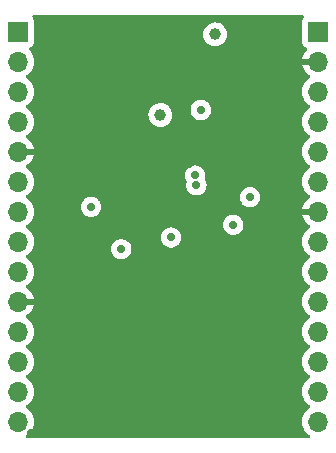
<source format=gbr>
%TF.GenerationSoftware,KiCad,Pcbnew,(6.0.0-0)*%
%TF.CreationDate,2022-01-12T16:50:31+09:00*%
%TF.ProjectId,ADAU1701-RPPico-module,41444155-3137-4303-912d-52505069636f,B*%
%TF.SameCoordinates,Original*%
%TF.FileFunction,Copper,L2,Inr*%
%TF.FilePolarity,Positive*%
%FSLAX46Y46*%
G04 Gerber Fmt 4.6, Leading zero omitted, Abs format (unit mm)*
G04 Created by KiCad (PCBNEW (6.0.0-0)) date 2022-01-12 16:50:31*
%MOMM*%
%LPD*%
G01*
G04 APERTURE LIST*
%TA.AperFunction,ComponentPad*%
%ADD10R,1.700000X1.700000*%
%TD*%
%TA.AperFunction,ComponentPad*%
%ADD11O,1.700000X1.700000*%
%TD*%
%TA.AperFunction,ViaPad*%
%ADD12C,0.700000*%
%TD*%
%TA.AperFunction,ViaPad*%
%ADD13C,1.000000*%
%TD*%
G04 APERTURE END LIST*
D10*
%TO.N,+3V3*%
%TO.C,J2*%
X149860000Y-58420000D03*
D11*
%TO.N,GND*%
X149860000Y-60960000D03*
%TO.N,/1701_VOUT0*%
X149860000Y-63500000D03*
%TO.N,/1701_VOUT1*%
X149860000Y-66040000D03*
%TO.N,/1701_VOUT2*%
X149860000Y-68580000D03*
%TO.N,/1701_VOUT3*%
X149860000Y-71120000D03*
%TO.N,GND*%
X149860000Y-73660000D03*
%TO.N,MCLK_In*%
X149860000Y-76200000D03*
%TO.N,1701_AuxADC1*%
X149860000Y-78740000D03*
%TO.N,1701_AuxADC2*%
X149860000Y-81280000D03*
%TO.N,1701_AuxADC3*%
X149860000Y-83820000D03*
%TO.N,1701_AuxADC0*%
X149860000Y-86360000D03*
%TO.N,/SCL*%
X149860000Y-88900000D03*
%TO.N,/SDA*%
X149860000Y-91440000D03*
%TD*%
D10*
%TO.N,/1701_ADC0*%
%TO.C,J1*%
X124460000Y-58420000D03*
D11*
%TO.N,/1701_ADC_RES*%
X124460000Y-60960000D03*
%TO.N,/1701_ADC1*%
X124460000Y-63500000D03*
%TO.N,/~{RESET}*%
X124460000Y-66040000D03*
%TO.N,GND*%
X124460000Y-68580000D03*
%TO.N,1701_In_LRCLK*%
X124460000Y-71120000D03*
%TO.N,1701_In_BCLK*%
X124460000Y-73660000D03*
%TO.N,1701_MP1*%
X124460000Y-76200000D03*
%TO.N,1701_In_SDIN0*%
X124460000Y-78740000D03*
%TO.N,GND*%
X124460000Y-81280000D03*
%TO.N,1701_MP7*%
X124460000Y-83820000D03*
%TO.N,1701_Out_SDOUT0*%
X124460000Y-86360000D03*
%TO.N,1701_Out_LRCLK*%
X124460000Y-88900000D03*
%TO.N,1701_Out_BCLK*%
X124460000Y-91440000D03*
%TD*%
D12*
%TO.N,GND*%
X144269400Y-69229800D03*
%TO.N,+3V3*%
X142680000Y-74770000D03*
X133200000Y-76850000D03*
D13*
X141150000Y-58650000D03*
D12*
X144090000Y-72440000D03*
X139923500Y-65060000D03*
%TO.N,GND*%
X125575000Y-92420000D03*
X145768000Y-75148000D03*
X143990000Y-62575000D03*
X133830000Y-92420000D03*
X133750000Y-71750000D03*
X138910000Y-62575000D03*
X148500000Y-62470000D03*
X142540000Y-76620000D03*
X140200000Y-72800000D03*
X147800000Y-57495000D03*
X135850000Y-69800000D03*
X126600000Y-87900000D03*
X141500000Y-81770000D03*
X148700000Y-77500000D03*
X137400000Y-68200000D03*
X147570000Y-69950000D03*
X134465000Y-64480000D03*
X140300000Y-85970000D03*
X134400000Y-79470000D03*
X148400000Y-92500000D03*
X131700000Y-78400000D03*
X127200000Y-77470000D03*
X135050000Y-73050000D03*
X130800000Y-82570000D03*
X128600000Y-67470000D03*
X141200000Y-60070000D03*
X129200000Y-75170000D03*
X137400000Y-71800000D03*
X131900000Y-85370000D03*
X137640000Y-77434000D03*
X139150000Y-77900000D03*
X126210000Y-57495000D03*
X141450000Y-92420000D03*
X138900000Y-69670000D03*
X136200000Y-74100000D03*
X131900000Y-59670000D03*
X132950000Y-67750000D03*
X134465000Y-57495000D03*
X144900000Y-66600000D03*
X145690000Y-77360000D03*
%TO.N,+1V8*%
X137400000Y-75850000D03*
D13*
X136510000Y-65480000D03*
D12*
X130650000Y-73250000D03*
%TO.N,Net-(C14-Pad2)*%
X139450000Y-70600000D03*
%TO.N,Net-(C16-Pad2)*%
X139555522Y-71419739D03*
%TD*%
%TA.AperFunction,Conductor*%
%TO.N,GND*%
G36*
X148600674Y-57043002D02*
G01*
X148647167Y-57096658D01*
X148657271Y-57166932D01*
X148633379Y-57224565D01*
X148559385Y-57323295D01*
X148508255Y-57459684D01*
X148501500Y-57521866D01*
X148501500Y-59318134D01*
X148508255Y-59380316D01*
X148559385Y-59516705D01*
X148646739Y-59633261D01*
X148763295Y-59720615D01*
X148771704Y-59723767D01*
X148771705Y-59723768D01*
X148880960Y-59764726D01*
X148937725Y-59807367D01*
X148962425Y-59873929D01*
X148947218Y-59943278D01*
X148927825Y-59969759D01*
X148804590Y-60098717D01*
X148798104Y-60106727D01*
X148678098Y-60282649D01*
X148673000Y-60291623D01*
X148583338Y-60484783D01*
X148579775Y-60494470D01*
X148524389Y-60694183D01*
X148525912Y-60702607D01*
X148538292Y-60706000D01*
X149988000Y-60706000D01*
X150056121Y-60726002D01*
X150102614Y-60779658D01*
X150114000Y-60832000D01*
X150114000Y-61088000D01*
X150093998Y-61156121D01*
X150040342Y-61202614D01*
X149988000Y-61214000D01*
X148543225Y-61214000D01*
X148529694Y-61217973D01*
X148528257Y-61227966D01*
X148558565Y-61362446D01*
X148561645Y-61372275D01*
X148641770Y-61569603D01*
X148646413Y-61578794D01*
X148757694Y-61760388D01*
X148763777Y-61768699D01*
X148903213Y-61929667D01*
X148910580Y-61936883D01*
X149074434Y-62072916D01*
X149082881Y-62078831D01*
X149151969Y-62119203D01*
X149200693Y-62170842D01*
X149213764Y-62240625D01*
X149187033Y-62306396D01*
X149146584Y-62339752D01*
X149133607Y-62346507D01*
X149129474Y-62349610D01*
X149129471Y-62349612D01*
X149105247Y-62367800D01*
X148954965Y-62480635D01*
X148800629Y-62642138D01*
X148674743Y-62826680D01*
X148580688Y-63029305D01*
X148520989Y-63244570D01*
X148497251Y-63466695D01*
X148497548Y-63471848D01*
X148497548Y-63471851D01*
X148503011Y-63566590D01*
X148510110Y-63689715D01*
X148511247Y-63694761D01*
X148511248Y-63694767D01*
X148531119Y-63782939D01*
X148559222Y-63907639D01*
X148643266Y-64114616D01*
X148681828Y-64177543D01*
X148757291Y-64300688D01*
X148759987Y-64305088D01*
X148906250Y-64473938D01*
X149078126Y-64616632D01*
X149117893Y-64639870D01*
X149151445Y-64659476D01*
X149200169Y-64711114D01*
X149213240Y-64780897D01*
X149186509Y-64846669D01*
X149146055Y-64880027D01*
X149133607Y-64886507D01*
X149129474Y-64889610D01*
X149129471Y-64889612D01*
X148959100Y-65017530D01*
X148954965Y-65020635D01*
X148800629Y-65182138D01*
X148674743Y-65366680D01*
X148659003Y-65400590D01*
X148584230Y-65561675D01*
X148580688Y-65569305D01*
X148520989Y-65784570D01*
X148497251Y-66006695D01*
X148497548Y-66011848D01*
X148497548Y-66011851D01*
X148503011Y-66106590D01*
X148510110Y-66229715D01*
X148511247Y-66234761D01*
X148511248Y-66234767D01*
X148529362Y-66315141D01*
X148559222Y-66447639D01*
X148643266Y-66654616D01*
X148681828Y-66717543D01*
X148757291Y-66840688D01*
X148759987Y-66845088D01*
X148906250Y-67013938D01*
X149078126Y-67156632D01*
X149148595Y-67197811D01*
X149151445Y-67199476D01*
X149200169Y-67251114D01*
X149213240Y-67320897D01*
X149186509Y-67386669D01*
X149146055Y-67420027D01*
X149133607Y-67426507D01*
X149129474Y-67429610D01*
X149129471Y-67429612D01*
X149105247Y-67447800D01*
X148954965Y-67560635D01*
X148800629Y-67722138D01*
X148674743Y-67906680D01*
X148580688Y-68109305D01*
X148520989Y-68324570D01*
X148497251Y-68546695D01*
X148510110Y-68769715D01*
X148511247Y-68774761D01*
X148511248Y-68774767D01*
X148524597Y-68834000D01*
X148559222Y-68987639D01*
X148643266Y-69194616D01*
X148759987Y-69385088D01*
X148906250Y-69553938D01*
X149078126Y-69696632D01*
X149148595Y-69737811D01*
X149151445Y-69739476D01*
X149200169Y-69791114D01*
X149213240Y-69860897D01*
X149186509Y-69926669D01*
X149146055Y-69960027D01*
X149133607Y-69966507D01*
X149129474Y-69969610D01*
X149129471Y-69969612D01*
X149105247Y-69987800D01*
X148954965Y-70100635D01*
X148800629Y-70262138D01*
X148674743Y-70446680D01*
X148659003Y-70480590D01*
X148603575Y-70600000D01*
X148580688Y-70649305D01*
X148520989Y-70864570D01*
X148497251Y-71086695D01*
X148497548Y-71091848D01*
X148497548Y-71091851D01*
X148506484Y-71246828D01*
X148510110Y-71309715D01*
X148511247Y-71314761D01*
X148511248Y-71314767D01*
X148531119Y-71402939D01*
X148559222Y-71527639D01*
X148643266Y-71734616D01*
X148680032Y-71794613D01*
X148757291Y-71920688D01*
X148759987Y-71925088D01*
X148906250Y-72093938D01*
X149078126Y-72236632D01*
X149087468Y-72242091D01*
X149151955Y-72279774D01*
X149200679Y-72331412D01*
X149213750Y-72401195D01*
X149187019Y-72466967D01*
X149146562Y-72500327D01*
X149138457Y-72504546D01*
X149129738Y-72510036D01*
X148959433Y-72637905D01*
X148951726Y-72644748D01*
X148804590Y-72798717D01*
X148798104Y-72806727D01*
X148678098Y-72982649D01*
X148673000Y-72991623D01*
X148583338Y-73184783D01*
X148579775Y-73194470D01*
X148524389Y-73394183D01*
X148525912Y-73402607D01*
X148538292Y-73406000D01*
X149988000Y-73406000D01*
X150056121Y-73426002D01*
X150102614Y-73479658D01*
X150114000Y-73532000D01*
X150114000Y-73788000D01*
X150093998Y-73856121D01*
X150040342Y-73902614D01*
X149988000Y-73914000D01*
X148543225Y-73914000D01*
X148529694Y-73917973D01*
X148528257Y-73927966D01*
X148558565Y-74062446D01*
X148561645Y-74072275D01*
X148641770Y-74269603D01*
X148646413Y-74278794D01*
X148757694Y-74460388D01*
X148763777Y-74468699D01*
X148903213Y-74629667D01*
X148910580Y-74636883D01*
X149074434Y-74772916D01*
X149082881Y-74778831D01*
X149151969Y-74819203D01*
X149200693Y-74870842D01*
X149213764Y-74940625D01*
X149187033Y-75006396D01*
X149146584Y-75039752D01*
X149133607Y-75046507D01*
X149129474Y-75049610D01*
X149129471Y-75049612D01*
X148959100Y-75177530D01*
X148954965Y-75180635D01*
X148800629Y-75342138D01*
X148797715Y-75346410D01*
X148797714Y-75346411D01*
X148785404Y-75364457D01*
X148674743Y-75526680D01*
X148580688Y-75729305D01*
X148520989Y-75944570D01*
X148497251Y-76166695D01*
X148497548Y-76171848D01*
X148497548Y-76171851D01*
X148507917Y-76351675D01*
X148510110Y-76389715D01*
X148511247Y-76394761D01*
X148511248Y-76394767D01*
X148531119Y-76482939D01*
X148559222Y-76607639D01*
X148643266Y-76814616D01*
X148681828Y-76877543D01*
X148757291Y-77000688D01*
X148759987Y-77005088D01*
X148906250Y-77173938D01*
X149078126Y-77316632D01*
X149138095Y-77351675D01*
X149151445Y-77359476D01*
X149200169Y-77411114D01*
X149213240Y-77480897D01*
X149186509Y-77546669D01*
X149146055Y-77580027D01*
X149133607Y-77586507D01*
X149129474Y-77589610D01*
X149129471Y-77589612D01*
X148971127Y-77708500D01*
X148954965Y-77720635D01*
X148800629Y-77882138D01*
X148674743Y-78066680D01*
X148580688Y-78269305D01*
X148520989Y-78484570D01*
X148497251Y-78706695D01*
X148497548Y-78711848D01*
X148497548Y-78711851D01*
X148503011Y-78806590D01*
X148510110Y-78929715D01*
X148511247Y-78934761D01*
X148511248Y-78934767D01*
X148531119Y-79022939D01*
X148559222Y-79147639D01*
X148643266Y-79354616D01*
X148681828Y-79417543D01*
X148757291Y-79540688D01*
X148759987Y-79545088D01*
X148906250Y-79713938D01*
X149078126Y-79856632D01*
X149148595Y-79897811D01*
X149151445Y-79899476D01*
X149200169Y-79951114D01*
X149213240Y-80020897D01*
X149186509Y-80086669D01*
X149146055Y-80120027D01*
X149133607Y-80126507D01*
X149129474Y-80129610D01*
X149129471Y-80129612D01*
X149105247Y-80147800D01*
X148954965Y-80260635D01*
X148800629Y-80422138D01*
X148674743Y-80606680D01*
X148580688Y-80809305D01*
X148520989Y-81024570D01*
X148497251Y-81246695D01*
X148510110Y-81469715D01*
X148511247Y-81474761D01*
X148511248Y-81474767D01*
X148524597Y-81534000D01*
X148559222Y-81687639D01*
X148643266Y-81894616D01*
X148759987Y-82085088D01*
X148906250Y-82253938D01*
X149078126Y-82396632D01*
X149148595Y-82437811D01*
X149151445Y-82439476D01*
X149200169Y-82491114D01*
X149213240Y-82560897D01*
X149186509Y-82626669D01*
X149146055Y-82660027D01*
X149133607Y-82666507D01*
X149129474Y-82669610D01*
X149129471Y-82669612D01*
X149105247Y-82687800D01*
X148954965Y-82800635D01*
X148800629Y-82962138D01*
X148674743Y-83146680D01*
X148580688Y-83349305D01*
X148520989Y-83564570D01*
X148497251Y-83786695D01*
X148497548Y-83791848D01*
X148497548Y-83791851D01*
X148503011Y-83886590D01*
X148510110Y-84009715D01*
X148511247Y-84014761D01*
X148511248Y-84014767D01*
X148531119Y-84102939D01*
X148559222Y-84227639D01*
X148643266Y-84434616D01*
X148681828Y-84497543D01*
X148757291Y-84620688D01*
X148759987Y-84625088D01*
X148906250Y-84793938D01*
X149078126Y-84936632D01*
X149148595Y-84977811D01*
X149151445Y-84979476D01*
X149200169Y-85031114D01*
X149213240Y-85100897D01*
X149186509Y-85166669D01*
X149146055Y-85200027D01*
X149133607Y-85206507D01*
X149129474Y-85209610D01*
X149129471Y-85209612D01*
X149105247Y-85227800D01*
X148954965Y-85340635D01*
X148800629Y-85502138D01*
X148674743Y-85686680D01*
X148580688Y-85889305D01*
X148520989Y-86104570D01*
X148497251Y-86326695D01*
X148497548Y-86331848D01*
X148497548Y-86331851D01*
X148503011Y-86426590D01*
X148510110Y-86549715D01*
X148511247Y-86554761D01*
X148511248Y-86554767D01*
X148531119Y-86642939D01*
X148559222Y-86767639D01*
X148643266Y-86974616D01*
X148681828Y-87037543D01*
X148757291Y-87160688D01*
X148759987Y-87165088D01*
X148906250Y-87333938D01*
X149078126Y-87476632D01*
X149148595Y-87517811D01*
X149151445Y-87519476D01*
X149200169Y-87571114D01*
X149213240Y-87640897D01*
X149186509Y-87706669D01*
X149146055Y-87740027D01*
X149133607Y-87746507D01*
X149129474Y-87749610D01*
X149129471Y-87749612D01*
X149105247Y-87767800D01*
X148954965Y-87880635D01*
X148800629Y-88042138D01*
X148674743Y-88226680D01*
X148580688Y-88429305D01*
X148520989Y-88644570D01*
X148497251Y-88866695D01*
X148497548Y-88871848D01*
X148497548Y-88871851D01*
X148503011Y-88966590D01*
X148510110Y-89089715D01*
X148511247Y-89094761D01*
X148511248Y-89094767D01*
X148531119Y-89182939D01*
X148559222Y-89307639D01*
X148643266Y-89514616D01*
X148681828Y-89577543D01*
X148757291Y-89700688D01*
X148759987Y-89705088D01*
X148906250Y-89873938D01*
X149078126Y-90016632D01*
X149148595Y-90057811D01*
X149151445Y-90059476D01*
X149200169Y-90111114D01*
X149213240Y-90180897D01*
X149186509Y-90246669D01*
X149146055Y-90280027D01*
X149133607Y-90286507D01*
X149129474Y-90289610D01*
X149129471Y-90289612D01*
X149105247Y-90307800D01*
X148954965Y-90420635D01*
X148800629Y-90582138D01*
X148674743Y-90766680D01*
X148580688Y-90969305D01*
X148520989Y-91184570D01*
X148497251Y-91406695D01*
X148497548Y-91411848D01*
X148497548Y-91411851D01*
X148503011Y-91506590D01*
X148510110Y-91629715D01*
X148511247Y-91634761D01*
X148511248Y-91634767D01*
X148531119Y-91722939D01*
X148559222Y-91847639D01*
X148643266Y-92054616D01*
X148681828Y-92117543D01*
X148757291Y-92240688D01*
X148759987Y-92245088D01*
X148906250Y-92413938D01*
X149078126Y-92556632D01*
X149139744Y-92592639D01*
X149156127Y-92602212D01*
X149204851Y-92653851D01*
X149217922Y-92723634D01*
X149191191Y-92789405D01*
X149133144Y-92830284D01*
X149092557Y-92837000D01*
X125234632Y-92837000D01*
X125166511Y-92816998D01*
X125120018Y-92763342D01*
X125109914Y-92693068D01*
X125139408Y-92628488D01*
X125161464Y-92608421D01*
X125186618Y-92590479D01*
X125339860Y-92481173D01*
X125498096Y-92323489D01*
X125557594Y-92240689D01*
X125625435Y-92146277D01*
X125628453Y-92142077D01*
X125640579Y-92117543D01*
X125725136Y-91946453D01*
X125725137Y-91946451D01*
X125727430Y-91941811D01*
X125792370Y-91728069D01*
X125821529Y-91506590D01*
X125823156Y-91440000D01*
X125804852Y-91217361D01*
X125750431Y-91000702D01*
X125661354Y-90795840D01*
X125540014Y-90608277D01*
X125389670Y-90443051D01*
X125385619Y-90439852D01*
X125385615Y-90439848D01*
X125218414Y-90307800D01*
X125218410Y-90307798D01*
X125214359Y-90304598D01*
X125173053Y-90281796D01*
X125123084Y-90231364D01*
X125108312Y-90161921D01*
X125133428Y-90095516D01*
X125160780Y-90068909D01*
X125204603Y-90037650D01*
X125339860Y-89941173D01*
X125498096Y-89783489D01*
X125557594Y-89700689D01*
X125625435Y-89606277D01*
X125628453Y-89602077D01*
X125640579Y-89577543D01*
X125725136Y-89406453D01*
X125725137Y-89406451D01*
X125727430Y-89401811D01*
X125792370Y-89188069D01*
X125821529Y-88966590D01*
X125823156Y-88900000D01*
X125804852Y-88677361D01*
X125750431Y-88460702D01*
X125661354Y-88255840D01*
X125540014Y-88068277D01*
X125389670Y-87903051D01*
X125385619Y-87899852D01*
X125385615Y-87899848D01*
X125218414Y-87767800D01*
X125218410Y-87767798D01*
X125214359Y-87764598D01*
X125173053Y-87741796D01*
X125123084Y-87691364D01*
X125108312Y-87621921D01*
X125133428Y-87555516D01*
X125160780Y-87528909D01*
X125204603Y-87497650D01*
X125339860Y-87401173D01*
X125498096Y-87243489D01*
X125557594Y-87160689D01*
X125625435Y-87066277D01*
X125628453Y-87062077D01*
X125640579Y-87037543D01*
X125725136Y-86866453D01*
X125725137Y-86866451D01*
X125727430Y-86861811D01*
X125792370Y-86648069D01*
X125821529Y-86426590D01*
X125823156Y-86360000D01*
X125804852Y-86137361D01*
X125750431Y-85920702D01*
X125661354Y-85715840D01*
X125540014Y-85528277D01*
X125389670Y-85363051D01*
X125385619Y-85359852D01*
X125385615Y-85359848D01*
X125218414Y-85227800D01*
X125218410Y-85227798D01*
X125214359Y-85224598D01*
X125173053Y-85201796D01*
X125123084Y-85151364D01*
X125108312Y-85081921D01*
X125133428Y-85015516D01*
X125160780Y-84988909D01*
X125204603Y-84957650D01*
X125339860Y-84861173D01*
X125498096Y-84703489D01*
X125557594Y-84620689D01*
X125625435Y-84526277D01*
X125628453Y-84522077D01*
X125640579Y-84497543D01*
X125725136Y-84326453D01*
X125725137Y-84326451D01*
X125727430Y-84321811D01*
X125792370Y-84108069D01*
X125821529Y-83886590D01*
X125823156Y-83820000D01*
X125804852Y-83597361D01*
X125750431Y-83380702D01*
X125661354Y-83175840D01*
X125540014Y-82988277D01*
X125389670Y-82823051D01*
X125385619Y-82819852D01*
X125385615Y-82819848D01*
X125218414Y-82687800D01*
X125218410Y-82687798D01*
X125214359Y-82684598D01*
X125172569Y-82661529D01*
X125122598Y-82611097D01*
X125107826Y-82541654D01*
X125132942Y-82475248D01*
X125160294Y-82448641D01*
X125335328Y-82323792D01*
X125343200Y-82317139D01*
X125494052Y-82166812D01*
X125500730Y-82158965D01*
X125625003Y-81986020D01*
X125630313Y-81977183D01*
X125724670Y-81786267D01*
X125728469Y-81776672D01*
X125790377Y-81572910D01*
X125792555Y-81562837D01*
X125793986Y-81551962D01*
X125791775Y-81537778D01*
X125778617Y-81534000D01*
X124332000Y-81534000D01*
X124263879Y-81513998D01*
X124217386Y-81460342D01*
X124206000Y-81408000D01*
X124206000Y-81152000D01*
X124226002Y-81083879D01*
X124279658Y-81037386D01*
X124332000Y-81026000D01*
X125778344Y-81026000D01*
X125791875Y-81022027D01*
X125793180Y-81012947D01*
X125751214Y-80845875D01*
X125747894Y-80836124D01*
X125662972Y-80640814D01*
X125658105Y-80631739D01*
X125542426Y-80452926D01*
X125536136Y-80444757D01*
X125392806Y-80287240D01*
X125385273Y-80280215D01*
X125218139Y-80148222D01*
X125209556Y-80142520D01*
X125172602Y-80122120D01*
X125122631Y-80071687D01*
X125107859Y-80002245D01*
X125132975Y-79935839D01*
X125160327Y-79909232D01*
X125183797Y-79892491D01*
X125339860Y-79781173D01*
X125498096Y-79623489D01*
X125557594Y-79540689D01*
X125625435Y-79446277D01*
X125628453Y-79442077D01*
X125640579Y-79417543D01*
X125725136Y-79246453D01*
X125725137Y-79246451D01*
X125727430Y-79241811D01*
X125792370Y-79028069D01*
X125821529Y-78806590D01*
X125823156Y-78740000D01*
X125804852Y-78517361D01*
X125750431Y-78300702D01*
X125661354Y-78095840D01*
X125540014Y-77908277D01*
X125389670Y-77743051D01*
X125385619Y-77739852D01*
X125385615Y-77739848D01*
X125218414Y-77607800D01*
X125218410Y-77607798D01*
X125214359Y-77604598D01*
X125173053Y-77581796D01*
X125123084Y-77531364D01*
X125108312Y-77461921D01*
X125133428Y-77395516D01*
X125160780Y-77368909D01*
X125204603Y-77337650D01*
X125339860Y-77241173D01*
X125498096Y-77083489D01*
X125541626Y-77022911D01*
X125625435Y-76906277D01*
X125628453Y-76902077D01*
X125640579Y-76877543D01*
X125654191Y-76850000D01*
X132336771Y-76850000D01*
X132337461Y-76856565D01*
X132338060Y-76862259D01*
X132355635Y-77029475D01*
X132411401Y-77201107D01*
X132501633Y-77357393D01*
X132506051Y-77362300D01*
X132506052Y-77362301D01*
X132595750Y-77461921D01*
X132622387Y-77491504D01*
X132627729Y-77495385D01*
X132627731Y-77495387D01*
X132763043Y-77593697D01*
X132768385Y-77597578D01*
X132774413Y-77600262D01*
X132774415Y-77600263D01*
X132927217Y-77668295D01*
X132933248Y-77670980D01*
X133021508Y-77689740D01*
X133103311Y-77707128D01*
X133103315Y-77707128D01*
X133109768Y-77708500D01*
X133290232Y-77708500D01*
X133296685Y-77707128D01*
X133296689Y-77707128D01*
X133378492Y-77689740D01*
X133466752Y-77670980D01*
X133472783Y-77668295D01*
X133625585Y-77600263D01*
X133625587Y-77600262D01*
X133631615Y-77597578D01*
X133636957Y-77593697D01*
X133772269Y-77495387D01*
X133772271Y-77495385D01*
X133777613Y-77491504D01*
X133804250Y-77461921D01*
X133893948Y-77362301D01*
X133893949Y-77362300D01*
X133898367Y-77357393D01*
X133988599Y-77201107D01*
X134044365Y-77029475D01*
X134061941Y-76862259D01*
X134062539Y-76856565D01*
X134063229Y-76850000D01*
X134044365Y-76670525D01*
X133988599Y-76498893D01*
X133898367Y-76342607D01*
X133777613Y-76208496D01*
X133765920Y-76200000D01*
X133636957Y-76106303D01*
X133636956Y-76106302D01*
X133631615Y-76102422D01*
X133625587Y-76099738D01*
X133625585Y-76099737D01*
X133472783Y-76031705D01*
X133472781Y-76031705D01*
X133466752Y-76029020D01*
X133378492Y-76010260D01*
X133296689Y-75992872D01*
X133296685Y-75992872D01*
X133290232Y-75991500D01*
X133109768Y-75991500D01*
X133103315Y-75992872D01*
X133103311Y-75992872D01*
X133021508Y-76010260D01*
X132933248Y-76029020D01*
X132927219Y-76031704D01*
X132927217Y-76031705D01*
X132774416Y-76099737D01*
X132774414Y-76099738D01*
X132768386Y-76102422D01*
X132763045Y-76106302D01*
X132763044Y-76106303D01*
X132627731Y-76204613D01*
X132627729Y-76204615D01*
X132622387Y-76208496D01*
X132501633Y-76342607D01*
X132411401Y-76498893D01*
X132355635Y-76670525D01*
X132336771Y-76850000D01*
X125654191Y-76850000D01*
X125725136Y-76706453D01*
X125725137Y-76706451D01*
X125727430Y-76701811D01*
X125787172Y-76505178D01*
X125790865Y-76493023D01*
X125790865Y-76493021D01*
X125792370Y-76488069D01*
X125821529Y-76266590D01*
X125821611Y-76263240D01*
X125823074Y-76203365D01*
X125823074Y-76203361D01*
X125823156Y-76200000D01*
X125804852Y-75977361D01*
X125772861Y-75850000D01*
X136536771Y-75850000D01*
X136555635Y-76029475D01*
X136611401Y-76201107D01*
X136701633Y-76357393D01*
X136706051Y-76362300D01*
X136706052Y-76362301D01*
X136730736Y-76389715D01*
X136822387Y-76491504D01*
X136827729Y-76495385D01*
X136827731Y-76495387D01*
X136963043Y-76593697D01*
X136968385Y-76597578D01*
X136974413Y-76600262D01*
X136974415Y-76600263D01*
X137118123Y-76664246D01*
X137133248Y-76670980D01*
X137221508Y-76689740D01*
X137303311Y-76707128D01*
X137303315Y-76707128D01*
X137309768Y-76708500D01*
X137490232Y-76708500D01*
X137496685Y-76707128D01*
X137496689Y-76707128D01*
X137578492Y-76689740D01*
X137666752Y-76670980D01*
X137681877Y-76664246D01*
X137825585Y-76600263D01*
X137825587Y-76600262D01*
X137831615Y-76597578D01*
X137836957Y-76593697D01*
X137972269Y-76495387D01*
X137972271Y-76495385D01*
X137977613Y-76491504D01*
X138069264Y-76389715D01*
X138093948Y-76362301D01*
X138093949Y-76362300D01*
X138098367Y-76357393D01*
X138188599Y-76201107D01*
X138244365Y-76029475D01*
X138263229Y-75850000D01*
X138244365Y-75670525D01*
X138188599Y-75498893D01*
X138098367Y-75342607D01*
X137977613Y-75208496D01*
X137965711Y-75199848D01*
X137836957Y-75106303D01*
X137836956Y-75106302D01*
X137831615Y-75102422D01*
X137825587Y-75099738D01*
X137825585Y-75099737D01*
X137672783Y-75031705D01*
X137672781Y-75031705D01*
X137666752Y-75029020D01*
X137578492Y-75010260D01*
X137496689Y-74992872D01*
X137496685Y-74992872D01*
X137490232Y-74991500D01*
X137309768Y-74991500D01*
X137303315Y-74992872D01*
X137303311Y-74992872D01*
X137221508Y-75010260D01*
X137133248Y-75029020D01*
X137127219Y-75031704D01*
X137127217Y-75031705D01*
X136974416Y-75099737D01*
X136974414Y-75099738D01*
X136968386Y-75102422D01*
X136963045Y-75106302D01*
X136963044Y-75106303D01*
X136827731Y-75204613D01*
X136827729Y-75204615D01*
X136822387Y-75208496D01*
X136701633Y-75342607D01*
X136611401Y-75498893D01*
X136555635Y-75670525D01*
X136536771Y-75850000D01*
X125772861Y-75850000D01*
X125750431Y-75760702D01*
X125661354Y-75555840D01*
X125540014Y-75368277D01*
X125389670Y-75203051D01*
X125385619Y-75199852D01*
X125385615Y-75199848D01*
X125218414Y-75067800D01*
X125218410Y-75067798D01*
X125214359Y-75064598D01*
X125173053Y-75041796D01*
X125123084Y-74991364D01*
X125108312Y-74921921D01*
X125133428Y-74855516D01*
X125160780Y-74828909D01*
X125204603Y-74797650D01*
X125243367Y-74770000D01*
X141816771Y-74770000D01*
X141835635Y-74949475D01*
X141837675Y-74955753D01*
X141837675Y-74955754D01*
X141854218Y-75006669D01*
X141891401Y-75121107D01*
X141981633Y-75277393D01*
X141986051Y-75282300D01*
X141986052Y-75282301D01*
X142040352Y-75342607D01*
X142102387Y-75411504D01*
X142107729Y-75415385D01*
X142107731Y-75415387D01*
X142231318Y-75505178D01*
X142248385Y-75517578D01*
X142254413Y-75520262D01*
X142254415Y-75520263D01*
X142335232Y-75556245D01*
X142413248Y-75590980D01*
X142501508Y-75609740D01*
X142583311Y-75627128D01*
X142583315Y-75627128D01*
X142589768Y-75628500D01*
X142770232Y-75628500D01*
X142776685Y-75627128D01*
X142776689Y-75627128D01*
X142858492Y-75609740D01*
X142946752Y-75590980D01*
X143024768Y-75556245D01*
X143105585Y-75520263D01*
X143105587Y-75520262D01*
X143111615Y-75517578D01*
X143128682Y-75505178D01*
X143252269Y-75415387D01*
X143252271Y-75415385D01*
X143257613Y-75411504D01*
X143319648Y-75342607D01*
X143373948Y-75282301D01*
X143373949Y-75282300D01*
X143378367Y-75277393D01*
X143468599Y-75121107D01*
X143505782Y-75006669D01*
X143522325Y-74955754D01*
X143522325Y-74955753D01*
X143524365Y-74949475D01*
X143543229Y-74770000D01*
X143524365Y-74590525D01*
X143468599Y-74418893D01*
X143378367Y-74262607D01*
X143257613Y-74128496D01*
X143178450Y-74070980D01*
X143116957Y-74026303D01*
X143116956Y-74026302D01*
X143111615Y-74022422D01*
X143105587Y-74019738D01*
X143105585Y-74019737D01*
X142952783Y-73951705D01*
X142952781Y-73951705D01*
X142946752Y-73949020D01*
X142858492Y-73930260D01*
X142776689Y-73912872D01*
X142776685Y-73912872D01*
X142770232Y-73911500D01*
X142589768Y-73911500D01*
X142583315Y-73912872D01*
X142583311Y-73912872D01*
X142501508Y-73930260D01*
X142413248Y-73949020D01*
X142407219Y-73951704D01*
X142407217Y-73951705D01*
X142254416Y-74019737D01*
X142254414Y-74019738D01*
X142248386Y-74022422D01*
X142243045Y-74026302D01*
X142243044Y-74026303D01*
X142107731Y-74124613D01*
X142107729Y-74124615D01*
X142102387Y-74128496D01*
X141981633Y-74262607D01*
X141891401Y-74418893D01*
X141835635Y-74590525D01*
X141816771Y-74770000D01*
X125243367Y-74770000D01*
X125339860Y-74701173D01*
X125498096Y-74543489D01*
X125628453Y-74362077D01*
X125654661Y-74309050D01*
X125725136Y-74166453D01*
X125725137Y-74166451D01*
X125727430Y-74161811D01*
X125792370Y-73948069D01*
X125821529Y-73726590D01*
X125823156Y-73660000D01*
X125804852Y-73437361D01*
X125757790Y-73250000D01*
X129786771Y-73250000D01*
X129805635Y-73429475D01*
X129861401Y-73601107D01*
X129951633Y-73757393D01*
X129956051Y-73762300D01*
X129956052Y-73762301D01*
X130034760Y-73849715D01*
X130072387Y-73891504D01*
X130077729Y-73895385D01*
X130077731Y-73895387D01*
X130155246Y-73951705D01*
X130218385Y-73997578D01*
X130224413Y-74000262D01*
X130224415Y-74000263D01*
X130274185Y-74022422D01*
X130383248Y-74070980D01*
X130471508Y-74089740D01*
X130553311Y-74107128D01*
X130553315Y-74107128D01*
X130559768Y-74108500D01*
X130740232Y-74108500D01*
X130746685Y-74107128D01*
X130746689Y-74107128D01*
X130828492Y-74089740D01*
X130916752Y-74070980D01*
X131025815Y-74022422D01*
X131075585Y-74000263D01*
X131075587Y-74000262D01*
X131081615Y-73997578D01*
X131144754Y-73951705D01*
X131222269Y-73895387D01*
X131222271Y-73895385D01*
X131227613Y-73891504D01*
X131265240Y-73849715D01*
X131343948Y-73762301D01*
X131343949Y-73762300D01*
X131348367Y-73757393D01*
X131438599Y-73601107D01*
X131494365Y-73429475D01*
X131513229Y-73250000D01*
X131494365Y-73070525D01*
X131477028Y-73017165D01*
X131440641Y-72905178D01*
X131438599Y-72898893D01*
X131434878Y-72892447D01*
X131379673Y-72796830D01*
X131348367Y-72742607D01*
X131260255Y-72644748D01*
X131232035Y-72613407D01*
X131232034Y-72613406D01*
X131227613Y-72608496D01*
X131109278Y-72522520D01*
X131086957Y-72506303D01*
X131086956Y-72506302D01*
X131081615Y-72502422D01*
X131075587Y-72499738D01*
X131075585Y-72499737D01*
X130941414Y-72440000D01*
X143226771Y-72440000D01*
X143227461Y-72446565D01*
X143231160Y-72481753D01*
X143245635Y-72619475D01*
X143247675Y-72625753D01*
X143247675Y-72625754D01*
X143261034Y-72666870D01*
X143301401Y-72791107D01*
X143304704Y-72796829D01*
X143304705Y-72796830D01*
X143307770Y-72802138D01*
X143391633Y-72947393D01*
X143396051Y-72952300D01*
X143396052Y-72952301D01*
X143453263Y-73015840D01*
X143512387Y-73081504D01*
X143658385Y-73187578D01*
X143664413Y-73190262D01*
X143664415Y-73190263D01*
X143817217Y-73258295D01*
X143823248Y-73260980D01*
X143911508Y-73279740D01*
X143993311Y-73297128D01*
X143993315Y-73297128D01*
X143999768Y-73298500D01*
X144180232Y-73298500D01*
X144186685Y-73297128D01*
X144186689Y-73297128D01*
X144268492Y-73279740D01*
X144356752Y-73260980D01*
X144362783Y-73258295D01*
X144515585Y-73190263D01*
X144515587Y-73190262D01*
X144521615Y-73187578D01*
X144667613Y-73081504D01*
X144726737Y-73015840D01*
X144783948Y-72952301D01*
X144783949Y-72952300D01*
X144788367Y-72947393D01*
X144872230Y-72802138D01*
X144875295Y-72796830D01*
X144875296Y-72796829D01*
X144878599Y-72791107D01*
X144918966Y-72666870D01*
X144932325Y-72625754D01*
X144932325Y-72625753D01*
X144934365Y-72619475D01*
X144948841Y-72481753D01*
X144952539Y-72446565D01*
X144953229Y-72440000D01*
X144934365Y-72260525D01*
X144928376Y-72242091D01*
X144880641Y-72095178D01*
X144878599Y-72088893D01*
X144788367Y-71932607D01*
X144688846Y-71822077D01*
X144672035Y-71803407D01*
X144672034Y-71803406D01*
X144667613Y-71798496D01*
X144637434Y-71776569D01*
X144526957Y-71696303D01*
X144526956Y-71696302D01*
X144521615Y-71692422D01*
X144515587Y-71689738D01*
X144515585Y-71689737D01*
X144362783Y-71621705D01*
X144362781Y-71621705D01*
X144356752Y-71619020D01*
X144263571Y-71599214D01*
X144186689Y-71582872D01*
X144186685Y-71582872D01*
X144180232Y-71581500D01*
X143999768Y-71581500D01*
X143993315Y-71582872D01*
X143993311Y-71582872D01*
X143916429Y-71599214D01*
X143823248Y-71619020D01*
X143817219Y-71621704D01*
X143817217Y-71621705D01*
X143664416Y-71689737D01*
X143664414Y-71689738D01*
X143658386Y-71692422D01*
X143653045Y-71696302D01*
X143653044Y-71696303D01*
X143517731Y-71794613D01*
X143517729Y-71794615D01*
X143512387Y-71798496D01*
X143507966Y-71803406D01*
X143507965Y-71803407D01*
X143491155Y-71822077D01*
X143391633Y-71932607D01*
X143301401Y-72088893D01*
X143299359Y-72095178D01*
X143251625Y-72242091D01*
X143245635Y-72260525D01*
X143226771Y-72440000D01*
X130941414Y-72440000D01*
X130922783Y-72431705D01*
X130922781Y-72431705D01*
X130916752Y-72429020D01*
X130796016Y-72403357D01*
X130746689Y-72392872D01*
X130746685Y-72392872D01*
X130740232Y-72391500D01*
X130559768Y-72391500D01*
X130553315Y-72392872D01*
X130553311Y-72392872D01*
X130503984Y-72403357D01*
X130383248Y-72429020D01*
X130377219Y-72431704D01*
X130377217Y-72431705D01*
X130224416Y-72499737D01*
X130224414Y-72499738D01*
X130218386Y-72502422D01*
X130213045Y-72506302D01*
X130213044Y-72506303D01*
X130077731Y-72604613D01*
X130077729Y-72604615D01*
X130072387Y-72608496D01*
X130067966Y-72613406D01*
X130067965Y-72613407D01*
X130039746Y-72644748D01*
X129951633Y-72742607D01*
X129920327Y-72796830D01*
X129865123Y-72892447D01*
X129861401Y-72898893D01*
X129859359Y-72905178D01*
X129822973Y-73017165D01*
X129805635Y-73070525D01*
X129786771Y-73250000D01*
X125757790Y-73250000D01*
X125750431Y-73220702D01*
X125661354Y-73015840D01*
X125617074Y-72947393D01*
X125542822Y-72832617D01*
X125542820Y-72832614D01*
X125540014Y-72828277D01*
X125389670Y-72663051D01*
X125385619Y-72659852D01*
X125385615Y-72659848D01*
X125218414Y-72527800D01*
X125218410Y-72527798D01*
X125214359Y-72524598D01*
X125173053Y-72501796D01*
X125123084Y-72451364D01*
X125108312Y-72381921D01*
X125133428Y-72315516D01*
X125160780Y-72288909D01*
X125228340Y-72240719D01*
X125339860Y-72161173D01*
X125498096Y-72003489D01*
X125557594Y-71920689D01*
X125625435Y-71826277D01*
X125628453Y-71822077D01*
X125637681Y-71803407D01*
X125725136Y-71626453D01*
X125725137Y-71626451D01*
X125727430Y-71621811D01*
X125786830Y-71426304D01*
X125790865Y-71413023D01*
X125790865Y-71413021D01*
X125792370Y-71408069D01*
X125821529Y-71186590D01*
X125821611Y-71183240D01*
X125823074Y-71123365D01*
X125823074Y-71123361D01*
X125823156Y-71120000D01*
X125804852Y-70897361D01*
X125750431Y-70680702D01*
X125715341Y-70600000D01*
X138586771Y-70600000D01*
X138605635Y-70779475D01*
X138661401Y-70951107D01*
X138664704Y-70956829D01*
X138664705Y-70956830D01*
X138725309Y-71061798D01*
X138742047Y-71130793D01*
X138736023Y-71163732D01*
X138711157Y-71240264D01*
X138692293Y-71419739D01*
X138711157Y-71599214D01*
X138713197Y-71605492D01*
X138713197Y-71605493D01*
X138717592Y-71619020D01*
X138766923Y-71770846D01*
X138770226Y-71776568D01*
X138770227Y-71776569D01*
X138782887Y-71798496D01*
X138857155Y-71927132D01*
X138977909Y-72061243D01*
X138983251Y-72065124D01*
X138983253Y-72065126D01*
X139118565Y-72163436D01*
X139123907Y-72167317D01*
X139129935Y-72170001D01*
X139129937Y-72170002D01*
X139272167Y-72233327D01*
X139288770Y-72240719D01*
X139377030Y-72259479D01*
X139458833Y-72276867D01*
X139458837Y-72276867D01*
X139465290Y-72278239D01*
X139645754Y-72278239D01*
X139652207Y-72276867D01*
X139652211Y-72276867D01*
X139734014Y-72259479D01*
X139822274Y-72240719D01*
X139838877Y-72233327D01*
X139981107Y-72170002D01*
X139981109Y-72170001D01*
X139987137Y-72167317D01*
X139992479Y-72163436D01*
X140127791Y-72065126D01*
X140127793Y-72065124D01*
X140133135Y-72061243D01*
X140253889Y-71927132D01*
X140328157Y-71798496D01*
X140340817Y-71776569D01*
X140340818Y-71776568D01*
X140344121Y-71770846D01*
X140393452Y-71619020D01*
X140397847Y-71605493D01*
X140397847Y-71605492D01*
X140399887Y-71599214D01*
X140418751Y-71419739D01*
X140399887Y-71240264D01*
X140382448Y-71186590D01*
X140360811Y-71120000D01*
X140344121Y-71068632D01*
X140340176Y-71061798D01*
X140280213Y-70957941D01*
X140263475Y-70888946D01*
X140269499Y-70856005D01*
X140292325Y-70785754D01*
X140292325Y-70785753D01*
X140294365Y-70779475D01*
X140313229Y-70600000D01*
X140294365Y-70420525D01*
X140281507Y-70380950D01*
X140244291Y-70266411D01*
X140238599Y-70248893D01*
X140148367Y-70092607D01*
X140053999Y-69987800D01*
X140032035Y-69963407D01*
X140032034Y-69963406D01*
X140027613Y-69958496D01*
X139983432Y-69926396D01*
X139886957Y-69856303D01*
X139886956Y-69856302D01*
X139881615Y-69852422D01*
X139875587Y-69849738D01*
X139875585Y-69849737D01*
X139722783Y-69781705D01*
X139722781Y-69781705D01*
X139716752Y-69779020D01*
X139628045Y-69760165D01*
X139546689Y-69742872D01*
X139546685Y-69742872D01*
X139540232Y-69741500D01*
X139359768Y-69741500D01*
X139353315Y-69742872D01*
X139353311Y-69742872D01*
X139271955Y-69760165D01*
X139183248Y-69779020D01*
X139177219Y-69781704D01*
X139177217Y-69781705D01*
X139024416Y-69849737D01*
X139024414Y-69849738D01*
X139018386Y-69852422D01*
X139013045Y-69856302D01*
X139013044Y-69856303D01*
X138877731Y-69954613D01*
X138877729Y-69954615D01*
X138872387Y-69958496D01*
X138867966Y-69963406D01*
X138867965Y-69963407D01*
X138846002Y-69987800D01*
X138751633Y-70092607D01*
X138661401Y-70248893D01*
X138655709Y-70266411D01*
X138618494Y-70380950D01*
X138605635Y-70420525D01*
X138586771Y-70600000D01*
X125715341Y-70600000D01*
X125661354Y-70475840D01*
X125540014Y-70288277D01*
X125389670Y-70123051D01*
X125385619Y-70119852D01*
X125385615Y-70119848D01*
X125218414Y-69987800D01*
X125218410Y-69987798D01*
X125214359Y-69984598D01*
X125172569Y-69961529D01*
X125122598Y-69911097D01*
X125107826Y-69841654D01*
X125132942Y-69775248D01*
X125160294Y-69748641D01*
X125335328Y-69623792D01*
X125343200Y-69617139D01*
X125494052Y-69466812D01*
X125500730Y-69458965D01*
X125625003Y-69286020D01*
X125630313Y-69277183D01*
X125724670Y-69086267D01*
X125728469Y-69076672D01*
X125790377Y-68872910D01*
X125792555Y-68862837D01*
X125793986Y-68851962D01*
X125791775Y-68837778D01*
X125778617Y-68834000D01*
X124332000Y-68834000D01*
X124263879Y-68813998D01*
X124217386Y-68760342D01*
X124206000Y-68708000D01*
X124206000Y-68452000D01*
X124226002Y-68383879D01*
X124279658Y-68337386D01*
X124332000Y-68326000D01*
X125778344Y-68326000D01*
X125791875Y-68322027D01*
X125793180Y-68312947D01*
X125751214Y-68145875D01*
X125747894Y-68136124D01*
X125662972Y-67940814D01*
X125658105Y-67931739D01*
X125542426Y-67752926D01*
X125536136Y-67744757D01*
X125392806Y-67587240D01*
X125385273Y-67580215D01*
X125218139Y-67448222D01*
X125209556Y-67442520D01*
X125172602Y-67422120D01*
X125122631Y-67371687D01*
X125107859Y-67302245D01*
X125132975Y-67235839D01*
X125160327Y-67209232D01*
X125183797Y-67192491D01*
X125339860Y-67081173D01*
X125498096Y-66923489D01*
X125557594Y-66840689D01*
X125625435Y-66746277D01*
X125628453Y-66742077D01*
X125640579Y-66717543D01*
X125725136Y-66546453D01*
X125725137Y-66546451D01*
X125727430Y-66541811D01*
X125792370Y-66328069D01*
X125821529Y-66106590D01*
X125823156Y-66040000D01*
X125804852Y-65817361D01*
X125750431Y-65600702D01*
X125691796Y-65465851D01*
X135496719Y-65465851D01*
X135497235Y-65471995D01*
X135505658Y-65572301D01*
X135513268Y-65662934D01*
X135514967Y-65668858D01*
X135549620Y-65789707D01*
X135567783Y-65853050D01*
X135658187Y-66028956D01*
X135781035Y-66183953D01*
X135931650Y-66312136D01*
X136104294Y-66408624D01*
X136292392Y-66469740D01*
X136488777Y-66493158D01*
X136494912Y-66492686D01*
X136494914Y-66492686D01*
X136679830Y-66478457D01*
X136679834Y-66478456D01*
X136685972Y-66477984D01*
X136876463Y-66424798D01*
X136881967Y-66422018D01*
X136881969Y-66422017D01*
X137047495Y-66338404D01*
X137047497Y-66338403D01*
X137052996Y-66335625D01*
X137208847Y-66213861D01*
X137338078Y-66064145D01*
X137435769Y-65892179D01*
X137498197Y-65704513D01*
X137522985Y-65508295D01*
X137523380Y-65480000D01*
X137504080Y-65283167D01*
X137446916Y-65093831D01*
X137428928Y-65060000D01*
X139060271Y-65060000D01*
X139060961Y-65066565D01*
X139073109Y-65182138D01*
X139079135Y-65239475D01*
X139081175Y-65245753D01*
X139081175Y-65245754D01*
X139089549Y-65271527D01*
X139134901Y-65411107D01*
X139225133Y-65567393D01*
X139229551Y-65572300D01*
X139229552Y-65572301D01*
X139259643Y-65605720D01*
X139345887Y-65701504D01*
X139351229Y-65705385D01*
X139351231Y-65705387D01*
X139486543Y-65803697D01*
X139491885Y-65807578D01*
X139497913Y-65810262D01*
X139497915Y-65810263D01*
X139650717Y-65878295D01*
X139656748Y-65880980D01*
X139734667Y-65897542D01*
X139826811Y-65917128D01*
X139826815Y-65917128D01*
X139833268Y-65918500D01*
X140013732Y-65918500D01*
X140020185Y-65917128D01*
X140020189Y-65917128D01*
X140112333Y-65897542D01*
X140190252Y-65880980D01*
X140196283Y-65878295D01*
X140349085Y-65810263D01*
X140349087Y-65810262D01*
X140355115Y-65807578D01*
X140360457Y-65803697D01*
X140495769Y-65705387D01*
X140495771Y-65705385D01*
X140501113Y-65701504D01*
X140587357Y-65605720D01*
X140617448Y-65572301D01*
X140617449Y-65572300D01*
X140621867Y-65567393D01*
X140712099Y-65411107D01*
X140757451Y-65271527D01*
X140765825Y-65245754D01*
X140765825Y-65245753D01*
X140767865Y-65239475D01*
X140773892Y-65182138D01*
X140786039Y-65066565D01*
X140786729Y-65060000D01*
X140782984Y-65024373D01*
X140768555Y-64887089D01*
X140768555Y-64887088D01*
X140767865Y-64880525D01*
X140712099Y-64708893D01*
X140621867Y-64552607D01*
X140613456Y-64543265D01*
X140505535Y-64423407D01*
X140505534Y-64423406D01*
X140501113Y-64418496D01*
X140457952Y-64387137D01*
X140360457Y-64316303D01*
X140360456Y-64316302D01*
X140355115Y-64312422D01*
X140349087Y-64309738D01*
X140349085Y-64309737D01*
X140196283Y-64241705D01*
X140196281Y-64241705D01*
X140190252Y-64239020D01*
X140101992Y-64220260D01*
X140020189Y-64202872D01*
X140020185Y-64202872D01*
X140013732Y-64201500D01*
X139833268Y-64201500D01*
X139826815Y-64202872D01*
X139826811Y-64202872D01*
X139745008Y-64220260D01*
X139656748Y-64239020D01*
X139650719Y-64241704D01*
X139650717Y-64241705D01*
X139497916Y-64309737D01*
X139497914Y-64309738D01*
X139491886Y-64312422D01*
X139486545Y-64316302D01*
X139486544Y-64316303D01*
X139351231Y-64414613D01*
X139351229Y-64414615D01*
X139345887Y-64418496D01*
X139341466Y-64423406D01*
X139341465Y-64423407D01*
X139233545Y-64543265D01*
X139225133Y-64552607D01*
X139134901Y-64708893D01*
X139079135Y-64880525D01*
X139078445Y-64887088D01*
X139078445Y-64887089D01*
X139064016Y-65024373D01*
X139060271Y-65060000D01*
X137428928Y-65060000D01*
X137354066Y-64919204D01*
X137282425Y-64831364D01*
X137232960Y-64770713D01*
X137232957Y-64770710D01*
X137229065Y-64765938D01*
X137224316Y-64762009D01*
X137081425Y-64643799D01*
X137081421Y-64643797D01*
X137076675Y-64639870D01*
X136902701Y-64545802D01*
X136713768Y-64487318D01*
X136707643Y-64486674D01*
X136707642Y-64486674D01*
X136523204Y-64467289D01*
X136523202Y-64467289D01*
X136517075Y-64466645D01*
X136436938Y-64473938D01*
X136326251Y-64484011D01*
X136326248Y-64484012D01*
X136320112Y-64484570D01*
X136314206Y-64486308D01*
X136314202Y-64486309D01*
X136209076Y-64517249D01*
X136130381Y-64540410D01*
X136124923Y-64543263D01*
X136124919Y-64543265D01*
X136034147Y-64590720D01*
X135955110Y-64632040D01*
X135800975Y-64755968D01*
X135673846Y-64907474D01*
X135670879Y-64912872D01*
X135670875Y-64912877D01*
X135609581Y-65024373D01*
X135578567Y-65080787D01*
X135576706Y-65086654D01*
X135576705Y-65086656D01*
X135536748Y-65212617D01*
X135518765Y-65269306D01*
X135496719Y-65465851D01*
X125691796Y-65465851D01*
X125661354Y-65395840D01*
X125580932Y-65271527D01*
X125542822Y-65212617D01*
X125542820Y-65212614D01*
X125540014Y-65208277D01*
X125389670Y-65043051D01*
X125385619Y-65039852D01*
X125385615Y-65039848D01*
X125218414Y-64907800D01*
X125218410Y-64907798D01*
X125214359Y-64904598D01*
X125173053Y-64881796D01*
X125123084Y-64831364D01*
X125108312Y-64761921D01*
X125133428Y-64695516D01*
X125160780Y-64668909D01*
X125216468Y-64629187D01*
X125339860Y-64541173D01*
X125498096Y-64383489D01*
X125557594Y-64300689D01*
X125625435Y-64206277D01*
X125628453Y-64202077D01*
X125640579Y-64177543D01*
X125725136Y-64006453D01*
X125725137Y-64006451D01*
X125727430Y-64001811D01*
X125792370Y-63788069D01*
X125821529Y-63566590D01*
X125823156Y-63500000D01*
X125804852Y-63277361D01*
X125750431Y-63060702D01*
X125661354Y-62855840D01*
X125540014Y-62668277D01*
X125389670Y-62503051D01*
X125385619Y-62499852D01*
X125385615Y-62499848D01*
X125218414Y-62367800D01*
X125218410Y-62367798D01*
X125214359Y-62364598D01*
X125173053Y-62341796D01*
X125123084Y-62291364D01*
X125108312Y-62221921D01*
X125133428Y-62155516D01*
X125160780Y-62128909D01*
X125204603Y-62097650D01*
X125339860Y-62001173D01*
X125498096Y-61843489D01*
X125628453Y-61662077D01*
X125654661Y-61609050D01*
X125725136Y-61466453D01*
X125725137Y-61466451D01*
X125727430Y-61461811D01*
X125792370Y-61248069D01*
X125821529Y-61026590D01*
X125823156Y-60960000D01*
X125804852Y-60737361D01*
X125750431Y-60520702D01*
X125661354Y-60315840D01*
X125599967Y-60220950D01*
X125542822Y-60132617D01*
X125542820Y-60132614D01*
X125540014Y-60128277D01*
X125520405Y-60106727D01*
X125392798Y-59966488D01*
X125361746Y-59902642D01*
X125370141Y-59832143D01*
X125415317Y-59777375D01*
X125441761Y-59763706D01*
X125548297Y-59723767D01*
X125556705Y-59720615D01*
X125673261Y-59633261D01*
X125760615Y-59516705D01*
X125811745Y-59380316D01*
X125818500Y-59318134D01*
X125818500Y-58635851D01*
X140136719Y-58635851D01*
X140153268Y-58832934D01*
X140207783Y-59023050D01*
X140298187Y-59198956D01*
X140421035Y-59353953D01*
X140425728Y-59357947D01*
X140425729Y-59357948D01*
X140452012Y-59380316D01*
X140571650Y-59482136D01*
X140744294Y-59578624D01*
X140932392Y-59639740D01*
X141128777Y-59663158D01*
X141134912Y-59662686D01*
X141134914Y-59662686D01*
X141319830Y-59648457D01*
X141319834Y-59648456D01*
X141325972Y-59647984D01*
X141516463Y-59594798D01*
X141521967Y-59592018D01*
X141521969Y-59592017D01*
X141687495Y-59508404D01*
X141687497Y-59508403D01*
X141692996Y-59505625D01*
X141848847Y-59383861D01*
X141978078Y-59234145D01*
X142075769Y-59062179D01*
X142138197Y-58874513D01*
X142162985Y-58678295D01*
X142163380Y-58650000D01*
X142144080Y-58453167D01*
X142086916Y-58263831D01*
X141994066Y-58089204D01*
X141923709Y-58002938D01*
X141872960Y-57940713D01*
X141872957Y-57940710D01*
X141869065Y-57935938D01*
X141862724Y-57930692D01*
X141721425Y-57813799D01*
X141721421Y-57813797D01*
X141716675Y-57809870D01*
X141542701Y-57715802D01*
X141353768Y-57657318D01*
X141347643Y-57656674D01*
X141347642Y-57656674D01*
X141163204Y-57637289D01*
X141163202Y-57637289D01*
X141157075Y-57636645D01*
X141074576Y-57644153D01*
X140966251Y-57654011D01*
X140966248Y-57654012D01*
X140960112Y-57654570D01*
X140954206Y-57656308D01*
X140954202Y-57656309D01*
X140849076Y-57687249D01*
X140770381Y-57710410D01*
X140764923Y-57713263D01*
X140764919Y-57713265D01*
X140674147Y-57760720D01*
X140595110Y-57802040D01*
X140440975Y-57925968D01*
X140313846Y-58077474D01*
X140310879Y-58082872D01*
X140310875Y-58082877D01*
X140307397Y-58089204D01*
X140218567Y-58250787D01*
X140216706Y-58256654D01*
X140216705Y-58256656D01*
X140160627Y-58433436D01*
X140158765Y-58439306D01*
X140136719Y-58635851D01*
X125818500Y-58635851D01*
X125818500Y-57521866D01*
X125811745Y-57459684D01*
X125760615Y-57323295D01*
X125686621Y-57224565D01*
X125661773Y-57158059D01*
X125676826Y-57088676D01*
X125727000Y-57038446D01*
X125787447Y-57023000D01*
X148532553Y-57023000D01*
X148600674Y-57043002D01*
G37*
%TD.AperFunction*%
%TD*%
M02*

</source>
